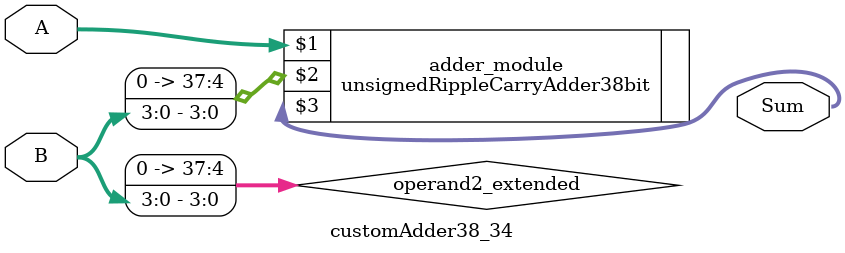
<source format=v>
module customAdder38_34(
                        input [37 : 0] A,
                        input [3 : 0] B,
                        
                        output [38 : 0] Sum
                );

        wire [37 : 0] operand2_extended;
        
        assign operand2_extended =  {34'b0, B};
        
        unsignedRippleCarryAdder38bit adder_module(
            A,
            operand2_extended,
            Sum
        );
        
        endmodule
        
</source>
